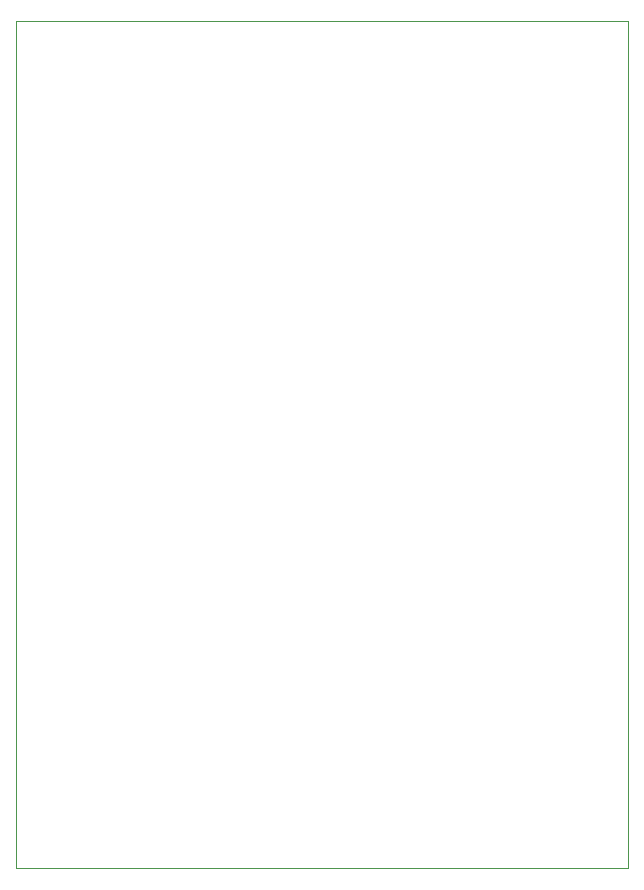
<source format=gbr>
G04 (created by PCBNEW (2013-07-07 BZR 4022)-stable) date 7/4/2017 7:52:43 PM*
%MOIN*%
G04 Gerber Fmt 3.4, Leading zero omitted, Abs format*
%FSLAX34Y34*%
G01*
G70*
G90*
G04 APERTURE LIST*
%ADD10C,0.00590551*%
%ADD11C,0.00393701*%
G04 APERTURE END LIST*
G54D10*
G54D11*
X47100Y-23800D02*
X67500Y-23800D01*
X47100Y-52025D02*
X47100Y-23800D01*
X67500Y-52025D02*
X47100Y-52025D01*
X67500Y-23800D02*
X67500Y-52025D01*
M02*

</source>
